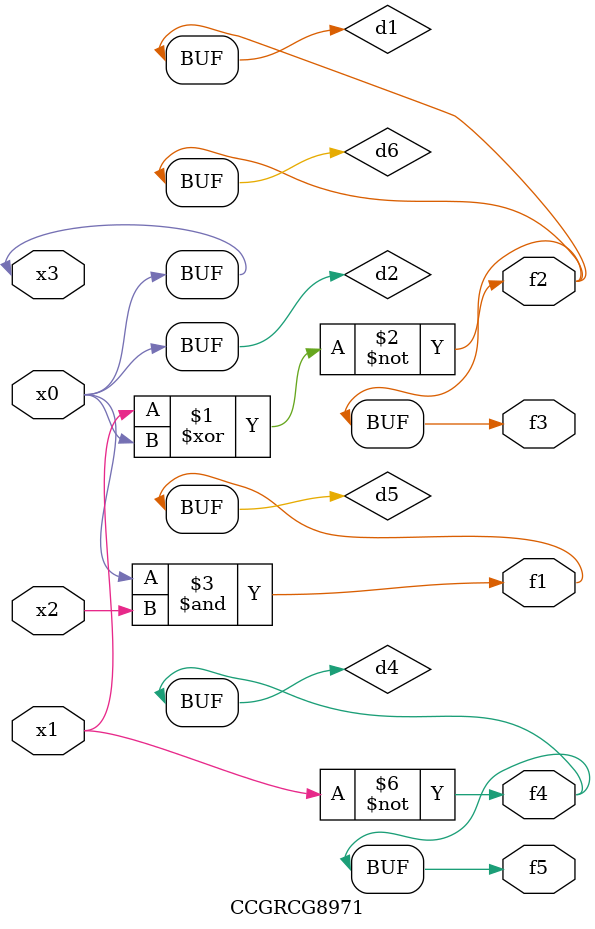
<source format=v>
module CCGRCG8971(
	input x0, x1, x2, x3,
	output f1, f2, f3, f4, f5
);

	wire d1, d2, d3, d4, d5, d6;

	xnor (d1, x1, x3);
	buf (d2, x0, x3);
	nand (d3, x0, x2);
	not (d4, x1);
	nand (d5, d3);
	or (d6, d1);
	assign f1 = d5;
	assign f2 = d6;
	assign f3 = d6;
	assign f4 = d4;
	assign f5 = d4;
endmodule

</source>
